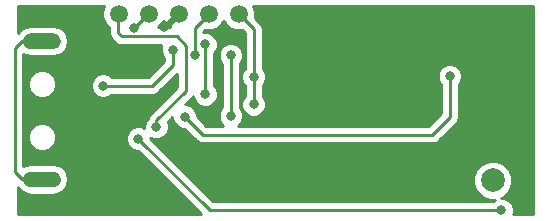
<source format=gbr>
G04 #@! TF.GenerationSoftware,KiCad,Pcbnew,(6.0.0-rc1-dev-438-g6845ac2cc-dirty)*
G04 #@! TF.CreationDate,2018-08-30T21:51:25+02:00*
G04 #@! TF.ProjectId,RapTorS,526170546F72532E6B696361645F7063,rev?*
G04 #@! TF.SameCoordinates,Original*
G04 #@! TF.FileFunction,Copper,L2,Bot,Signal*
G04 #@! TF.FilePolarity,Positive*
%FSLAX46Y46*%
G04 Gerber Fmt 4.6, Leading zero omitted, Abs format (unit mm)*
G04 Created by KiCad (PCBNEW (6.0.0-rc1-dev-438-g6845ac2cc-dirty)) date 2018 August 30, Thursday 21:51:25*
%MOMM*%
%LPD*%
G01*
G04 APERTURE LIST*
G04 #@! TA.AperFunction,BGAPad,CuDef*
%ADD10C,1.500000*%
G04 #@! TD*
G04 #@! TA.AperFunction,ComponentPad*
%ADD11C,2.000000*%
G04 #@! TD*
G04 #@! TA.AperFunction,Conductor*
%ADD12C,0.100000*%
G04 #@! TD*
G04 #@! TA.AperFunction,ComponentPad*
%ADD13C,1.300000*%
G04 #@! TD*
G04 #@! TA.AperFunction,ViaPad*
%ADD14C,0.800000*%
G04 #@! TD*
G04 #@! TA.AperFunction,Conductor*
%ADD15C,0.250000*%
G04 #@! TD*
G04 #@! TA.AperFunction,Conductor*
%ADD16C,0.254000*%
G04 #@! TD*
G04 APERTURE END LIST*
D10*
G04 #@! TO.P,J2,1*
G04 #@! TO.N,~MCLR*
X147997200Y-92523800D03*
G04 #@! TD*
D11*
G04 #@! TO.P,ANT1,1*
G04 #@! TO.N,Net-(ANT1-Pad1)*
X179679600Y-106603800D03*
G04 #@! TD*
D10*
G04 #@! TO.P,J6,1*
G04 #@! TO.N,ISPCLK*
X158157200Y-92523800D03*
G04 #@! TD*
G04 #@! TO.P,J5,1*
G04 #@! TO.N,ISPDAT*
X155617200Y-92523800D03*
G04 #@! TD*
G04 #@! TO.P,J4,1*
G04 #@! TO.N,GND*
X153077200Y-92506800D03*
G04 #@! TD*
G04 #@! TO.P,J3,1*
G04 #@! TO.N,+3V3*
X150537200Y-92523800D03*
G04 #@! TD*
D12*
G04 #@! TO.N,Net-(J1-Pad5)*
G04 #@! TO.C,J1*
G36*
X142523911Y-105863729D02*
X142587009Y-105873089D01*
X142648885Y-105888588D01*
X142708944Y-105910077D01*
X142766608Y-105937350D01*
X142821321Y-105970144D01*
X142872556Y-106008142D01*
X142919819Y-106050980D01*
X142962657Y-106098243D01*
X143000655Y-106149478D01*
X143033449Y-106204191D01*
X143060722Y-106261855D01*
X143082211Y-106321914D01*
X143097710Y-106383790D01*
X143107070Y-106446888D01*
X143110200Y-106510599D01*
X143110200Y-106510601D01*
X143107070Y-106574312D01*
X143097710Y-106637410D01*
X143082211Y-106699286D01*
X143060722Y-106759345D01*
X143033449Y-106817009D01*
X143000655Y-106871722D01*
X142962657Y-106922957D01*
X142919819Y-106970220D01*
X142872556Y-107013058D01*
X142821321Y-107051056D01*
X142766608Y-107083850D01*
X142708944Y-107111123D01*
X142648885Y-107132612D01*
X142587009Y-107148111D01*
X142523911Y-107157471D01*
X142460200Y-107160601D01*
X140560200Y-107160601D01*
X140496489Y-107157471D01*
X140433391Y-107148111D01*
X140371515Y-107132612D01*
X140311456Y-107111123D01*
X140253792Y-107083850D01*
X140199079Y-107051056D01*
X140147844Y-107013058D01*
X140100581Y-106970220D01*
X140057743Y-106922957D01*
X140019745Y-106871722D01*
X139986951Y-106817009D01*
X139959678Y-106759345D01*
X139938189Y-106699286D01*
X139922690Y-106637410D01*
X139913330Y-106574312D01*
X139910200Y-106510601D01*
X139910200Y-106510599D01*
X139913330Y-106446888D01*
X139922690Y-106383790D01*
X139938189Y-106321914D01*
X139959678Y-106261855D01*
X139986951Y-106204191D01*
X140019745Y-106149478D01*
X140057743Y-106098243D01*
X140100581Y-106050980D01*
X140147844Y-106008142D01*
X140199079Y-105970144D01*
X140253792Y-105937350D01*
X140311456Y-105910077D01*
X140371515Y-105888588D01*
X140433391Y-105873089D01*
X140496489Y-105863729D01*
X140560200Y-105860599D01*
X142460200Y-105860599D01*
X142523911Y-105863729D01*
X142523911Y-105863729D01*
G37*
D13*
G04 #@! TD*
G04 #@! TO.P,J1,5*
G04 #@! TO.N,Net-(J1-Pad5)*
X141510200Y-106510600D03*
D12*
G04 #@! TO.N,Net-(J1-Pad5)*
G04 #@! TO.C,J1*
G36*
X142523911Y-94163729D02*
X142587009Y-94173089D01*
X142648885Y-94188588D01*
X142708944Y-94210077D01*
X142766608Y-94237350D01*
X142821321Y-94270144D01*
X142872556Y-94308142D01*
X142919819Y-94350980D01*
X142962657Y-94398243D01*
X143000655Y-94449478D01*
X143033449Y-94504191D01*
X143060722Y-94561855D01*
X143082211Y-94621914D01*
X143097710Y-94683790D01*
X143107070Y-94746888D01*
X143110200Y-94810599D01*
X143110200Y-94810601D01*
X143107070Y-94874312D01*
X143097710Y-94937410D01*
X143082211Y-94999286D01*
X143060722Y-95059345D01*
X143033449Y-95117009D01*
X143000655Y-95171722D01*
X142962657Y-95222957D01*
X142919819Y-95270220D01*
X142872556Y-95313058D01*
X142821321Y-95351056D01*
X142766608Y-95383850D01*
X142708944Y-95411123D01*
X142648885Y-95432612D01*
X142587009Y-95448111D01*
X142523911Y-95457471D01*
X142460200Y-95460601D01*
X140560200Y-95460601D01*
X140496489Y-95457471D01*
X140433391Y-95448111D01*
X140371515Y-95432612D01*
X140311456Y-95411123D01*
X140253792Y-95383850D01*
X140199079Y-95351056D01*
X140147844Y-95313058D01*
X140100581Y-95270220D01*
X140057743Y-95222957D01*
X140019745Y-95171722D01*
X139986951Y-95117009D01*
X139959678Y-95059345D01*
X139938189Y-94999286D01*
X139922690Y-94937410D01*
X139913330Y-94874312D01*
X139910200Y-94810601D01*
X139910200Y-94810599D01*
X139913330Y-94746888D01*
X139922690Y-94683790D01*
X139938189Y-94621914D01*
X139959678Y-94561855D01*
X139986951Y-94504191D01*
X140019745Y-94449478D01*
X140057743Y-94398243D01*
X140100581Y-94350980D01*
X140147844Y-94308142D01*
X140199079Y-94270144D01*
X140253792Y-94237350D01*
X140311456Y-94210077D01*
X140371515Y-94188588D01*
X140433391Y-94173089D01*
X140496489Y-94163729D01*
X140560200Y-94160599D01*
X142460200Y-94160599D01*
X142523911Y-94163729D01*
X142523911Y-94163729D01*
G37*
D13*
G04 #@! TD*
G04 #@! TO.P,J1,5*
G04 #@! TO.N,Net-(J1-Pad5)*
X141510200Y-94810600D03*
D14*
G04 #@! TO.N,+3V3*
X146685000Y-98577400D03*
X152603200Y-95529400D03*
X149301200Y-93726800D03*
G04 #@! TO.N,GND*
X140766800Y-104521000D03*
X139827000Y-108686600D03*
X148590000Y-102311200D03*
X147116800Y-108559600D03*
X149428200Y-108559600D03*
X151790400Y-108559600D03*
X150622000Y-107365800D03*
X168325800Y-104190800D03*
X168325800Y-100482400D03*
X168325800Y-98602800D03*
X168325800Y-96774000D03*
X166776400Y-95656400D03*
X166776400Y-97688400D03*
X166776400Y-99517200D03*
X166827200Y-101346000D03*
X148183600Y-96596200D03*
X165150800Y-96875600D03*
X165150800Y-100660200D03*
X171704000Y-93370400D03*
X171704000Y-97510600D03*
X173913800Y-100177600D03*
X173812200Y-95351600D03*
X175412400Y-93192600D03*
X179324000Y-96062800D03*
X175793400Y-106908600D03*
X172237400Y-106984800D03*
X141986000Y-92557600D03*
X140131800Y-92557600D03*
X165100000Y-98806000D03*
X151841200Y-93599800D03*
X165582600Y-104165400D03*
X174066200Y-104495600D03*
X177342800Y-100228400D03*
X167487600Y-92430600D03*
X160477200Y-92329000D03*
X144094200Y-92608400D03*
X145237200Y-94005400D03*
G04 #@! TO.N,LED*
X149656800Y-103073200D03*
X180416200Y-109118400D03*
G04 #@! TO.N,LED_DEBUG*
X176047400Y-97764600D03*
X153593800Y-101193600D03*
G04 #@! TO.N,ISPDAT*
X154432000Y-95961200D03*
G04 #@! TO.N,ISPCLK*
X159429200Y-100171000D03*
X159435800Y-97840800D03*
G04 #@! TO.N,GDO0*
X155346400Y-99314000D03*
X155353000Y-95091000D03*
G04 #@! TO.N,~MCLR*
X151206200Y-102082600D03*
G04 #@! TO.N,CSN*
X157505400Y-96012000D03*
X157505400Y-101117400D03*
G04 #@! TD*
D15*
G04 #@! TO.N,+3V3*
X146685000Y-98577400D02*
X150850600Y-98577400D01*
X150850600Y-98577400D02*
X152603200Y-96824800D01*
X152603200Y-96824800D02*
X152603200Y-95529400D01*
X150504200Y-92523800D02*
X149301200Y-93726800D01*
X150537200Y-92523800D02*
X150504200Y-92523800D01*
G04 #@! TO.N,GND*
X152917200Y-92523800D02*
X151841200Y-93599800D01*
X153077200Y-92523800D02*
X152917200Y-92523800D01*
G04 #@! TO.N,Net-(J1-Pad5)*
X139810200Y-106510600D02*
X141510200Y-106510600D01*
X139192799Y-105893199D02*
X139810200Y-106510600D01*
X139192799Y-95428001D02*
X139192799Y-105893199D01*
X139810200Y-94810600D02*
X139192799Y-95428001D01*
X141510200Y-94810600D02*
X139810200Y-94810600D01*
G04 #@! TO.N,LED*
X149656800Y-103073200D02*
X155702000Y-109118400D01*
X155702000Y-109118400D02*
X180416200Y-109118400D01*
G04 #@! TO.N,LED_DEBUG*
X176022000Y-97790000D02*
X176047400Y-97764600D01*
X155117800Y-102717600D02*
X174548800Y-102717600D01*
X176047400Y-101219000D02*
X176047400Y-97764600D01*
X174548800Y-102717600D02*
X176047400Y-101219000D01*
X153593800Y-101193600D02*
X155117800Y-102717600D01*
G04 #@! TO.N,ISPDAT*
X154432000Y-93709000D02*
X155617200Y-92523800D01*
X154432000Y-95961200D02*
X154432000Y-93709000D01*
G04 #@! TO.N,ISPCLK*
X159429200Y-99605315D02*
X159435800Y-99598715D01*
X159429200Y-100171000D02*
X159429200Y-99605315D01*
X159435800Y-99598715D02*
X159435800Y-97840800D01*
X159435800Y-97840800D02*
X159435800Y-94615000D01*
X159435800Y-93802400D02*
X159435800Y-94615000D01*
X158157200Y-92523800D02*
X159435800Y-93802400D01*
G04 #@! TO.N,GDO0*
X155346400Y-95097600D02*
X155353000Y-95091000D01*
X155346400Y-99314000D02*
X155346400Y-95097600D01*
G04 #@! TO.N,~MCLR*
X151206200Y-101516915D02*
X153695400Y-99027715D01*
X151206200Y-102082600D02*
X151206200Y-101516915D01*
X153695400Y-99027715D02*
X153695400Y-95199200D01*
X153695400Y-95199200D02*
X152908000Y-94411800D01*
X152908000Y-94411800D02*
X148285200Y-94411800D01*
X148285200Y-94411800D02*
X147971800Y-94098400D01*
X147971800Y-92904800D02*
X147971800Y-94098400D01*
G04 #@! TO.N,CSN*
X157505400Y-96012000D02*
X157505400Y-101117400D01*
G04 #@! TD*
D16*
G04 #@! TO.N,GND*
G36*
X183065201Y-109465600D02*
X181392661Y-109465600D01*
X181451200Y-109324274D01*
X181451200Y-108912526D01*
X181293631Y-108532120D01*
X181002480Y-108240969D01*
X180622074Y-108083400D01*
X180379990Y-108083400D01*
X180605753Y-107989886D01*
X181065686Y-107529953D01*
X181314600Y-106929022D01*
X181314600Y-106278578D01*
X181065686Y-105677647D01*
X180605753Y-105217714D01*
X180004822Y-104968800D01*
X179354378Y-104968800D01*
X178753447Y-105217714D01*
X178293514Y-105677647D01*
X178044600Y-106278578D01*
X178044600Y-106929022D01*
X178293514Y-107529953D01*
X178753447Y-107989886D01*
X179354378Y-108238800D01*
X179835156Y-108238800D01*
X179829920Y-108240969D01*
X179712489Y-108358400D01*
X156016802Y-108358400D01*
X150691800Y-103033399D01*
X150691800Y-102989805D01*
X151000326Y-103117600D01*
X151412074Y-103117600D01*
X151792480Y-102960031D01*
X152083631Y-102668880D01*
X152241200Y-102288474D01*
X152241200Y-101876726D01*
X152147471Y-101650445D01*
X152558800Y-101239117D01*
X152558800Y-101399474D01*
X152716369Y-101779880D01*
X153007520Y-102071031D01*
X153387926Y-102228600D01*
X153553998Y-102228600D01*
X154527473Y-103202076D01*
X154569871Y-103265529D01*
X154633324Y-103307927D01*
X154633326Y-103307929D01*
X154725829Y-103369737D01*
X154821263Y-103433504D01*
X155042948Y-103477600D01*
X155042952Y-103477600D01*
X155117799Y-103492488D01*
X155192646Y-103477600D01*
X174473953Y-103477600D01*
X174548800Y-103492488D01*
X174623647Y-103477600D01*
X174623652Y-103477600D01*
X174845337Y-103433504D01*
X175096729Y-103265529D01*
X175139131Y-103202070D01*
X176531876Y-101809327D01*
X176595329Y-101766929D01*
X176637727Y-101703476D01*
X176637729Y-101703474D01*
X176763303Y-101515538D01*
X176763304Y-101515537D01*
X176807400Y-101293852D01*
X176807400Y-101293848D01*
X176822288Y-101219001D01*
X176807400Y-101144154D01*
X176807400Y-98468311D01*
X176924831Y-98350880D01*
X177082400Y-97970474D01*
X177082400Y-97558726D01*
X176924831Y-97178320D01*
X176633680Y-96887169D01*
X176253274Y-96729600D01*
X175841526Y-96729600D01*
X175461120Y-96887169D01*
X175169969Y-97178320D01*
X175012400Y-97558726D01*
X175012400Y-97970474D01*
X175169969Y-98350880D01*
X175287401Y-98468312D01*
X175287400Y-100904197D01*
X174233999Y-101957600D01*
X158128911Y-101957600D01*
X158382831Y-101703680D01*
X158540400Y-101323274D01*
X158540400Y-100911526D01*
X158382831Y-100531120D01*
X158265400Y-100413689D01*
X158265400Y-96715711D01*
X158382831Y-96598280D01*
X158540400Y-96217874D01*
X158540400Y-95806126D01*
X158382831Y-95425720D01*
X158091680Y-95134569D01*
X157711274Y-94977000D01*
X157299526Y-94977000D01*
X156919120Y-95134569D01*
X156627969Y-95425720D01*
X156470400Y-95806126D01*
X156470400Y-96217874D01*
X156627969Y-96598280D01*
X156745400Y-96715711D01*
X156745401Y-100413688D01*
X156627969Y-100531120D01*
X156470400Y-100911526D01*
X156470400Y-101323274D01*
X156627969Y-101703680D01*
X156881889Y-101957600D01*
X155432603Y-101957600D01*
X154628800Y-101153798D01*
X154628800Y-100987726D01*
X154471231Y-100607320D01*
X154180080Y-100316169D01*
X153799674Y-100158600D01*
X153639318Y-100158600D01*
X154179876Y-99618042D01*
X154243329Y-99575644D01*
X154285727Y-99512191D01*
X154285729Y-99512189D01*
X154311400Y-99473769D01*
X154311400Y-99519874D01*
X154468969Y-99900280D01*
X154760120Y-100191431D01*
X155140526Y-100349000D01*
X155552274Y-100349000D01*
X155932680Y-100191431D01*
X156223831Y-99900280D01*
X156381400Y-99519874D01*
X156381400Y-99108126D01*
X156223831Y-98727720D01*
X156106400Y-98610289D01*
X156106400Y-95801311D01*
X156230431Y-95677280D01*
X156388000Y-95296874D01*
X156388000Y-94885126D01*
X156230431Y-94504720D01*
X155939280Y-94213569D01*
X155558874Y-94056000D01*
X155192000Y-94056000D01*
X155192000Y-94023801D01*
X155317166Y-93898635D01*
X155341706Y-93908800D01*
X155892694Y-93908800D01*
X156401740Y-93697947D01*
X156791347Y-93308340D01*
X156887200Y-93076930D01*
X156983053Y-93308340D01*
X157372660Y-93697947D01*
X157881706Y-93908800D01*
X158432694Y-93908800D01*
X158457233Y-93898636D01*
X158675800Y-94117203D01*
X158675800Y-94689852D01*
X158675801Y-94689857D01*
X158675800Y-97137089D01*
X158558369Y-97254520D01*
X158400800Y-97634926D01*
X158400800Y-98046674D01*
X158558369Y-98427080D01*
X158675801Y-98544512D01*
X158675800Y-99460689D01*
X158551769Y-99584720D01*
X158394200Y-99965126D01*
X158394200Y-100376874D01*
X158551769Y-100757280D01*
X158842920Y-101048431D01*
X159223326Y-101206000D01*
X159635074Y-101206000D01*
X160015480Y-101048431D01*
X160306631Y-100757280D01*
X160464200Y-100376874D01*
X160464200Y-99965126D01*
X160306631Y-99584720D01*
X160195800Y-99473889D01*
X160195800Y-98544511D01*
X160313231Y-98427080D01*
X160470800Y-98046674D01*
X160470800Y-97634926D01*
X160313231Y-97254520D01*
X160195800Y-97137089D01*
X160195800Y-93877246D01*
X160210688Y-93802399D01*
X160195800Y-93727552D01*
X160195800Y-93727548D01*
X160151704Y-93505863D01*
X160089296Y-93412463D01*
X160026129Y-93317926D01*
X160026127Y-93317924D01*
X159983729Y-93254471D01*
X159920276Y-93212073D01*
X159532036Y-92823833D01*
X159542200Y-92799294D01*
X159542200Y-92248306D01*
X159379536Y-91855600D01*
X183065200Y-91855600D01*
X183065201Y-109465600D01*
X183065201Y-109465600D01*
G37*
X183065201Y-109465600D02*
X181392661Y-109465600D01*
X181451200Y-109324274D01*
X181451200Y-108912526D01*
X181293631Y-108532120D01*
X181002480Y-108240969D01*
X180622074Y-108083400D01*
X180379990Y-108083400D01*
X180605753Y-107989886D01*
X181065686Y-107529953D01*
X181314600Y-106929022D01*
X181314600Y-106278578D01*
X181065686Y-105677647D01*
X180605753Y-105217714D01*
X180004822Y-104968800D01*
X179354378Y-104968800D01*
X178753447Y-105217714D01*
X178293514Y-105677647D01*
X178044600Y-106278578D01*
X178044600Y-106929022D01*
X178293514Y-107529953D01*
X178753447Y-107989886D01*
X179354378Y-108238800D01*
X179835156Y-108238800D01*
X179829920Y-108240969D01*
X179712489Y-108358400D01*
X156016802Y-108358400D01*
X150691800Y-103033399D01*
X150691800Y-102989805D01*
X151000326Y-103117600D01*
X151412074Y-103117600D01*
X151792480Y-102960031D01*
X152083631Y-102668880D01*
X152241200Y-102288474D01*
X152241200Y-101876726D01*
X152147471Y-101650445D01*
X152558800Y-101239117D01*
X152558800Y-101399474D01*
X152716369Y-101779880D01*
X153007520Y-102071031D01*
X153387926Y-102228600D01*
X153553998Y-102228600D01*
X154527473Y-103202076D01*
X154569871Y-103265529D01*
X154633324Y-103307927D01*
X154633326Y-103307929D01*
X154725829Y-103369737D01*
X154821263Y-103433504D01*
X155042948Y-103477600D01*
X155042952Y-103477600D01*
X155117799Y-103492488D01*
X155192646Y-103477600D01*
X174473953Y-103477600D01*
X174548800Y-103492488D01*
X174623647Y-103477600D01*
X174623652Y-103477600D01*
X174845337Y-103433504D01*
X175096729Y-103265529D01*
X175139131Y-103202070D01*
X176531876Y-101809327D01*
X176595329Y-101766929D01*
X176637727Y-101703476D01*
X176637729Y-101703474D01*
X176763303Y-101515538D01*
X176763304Y-101515537D01*
X176807400Y-101293852D01*
X176807400Y-101293848D01*
X176822288Y-101219001D01*
X176807400Y-101144154D01*
X176807400Y-98468311D01*
X176924831Y-98350880D01*
X177082400Y-97970474D01*
X177082400Y-97558726D01*
X176924831Y-97178320D01*
X176633680Y-96887169D01*
X176253274Y-96729600D01*
X175841526Y-96729600D01*
X175461120Y-96887169D01*
X175169969Y-97178320D01*
X175012400Y-97558726D01*
X175012400Y-97970474D01*
X175169969Y-98350880D01*
X175287401Y-98468312D01*
X175287400Y-100904197D01*
X174233999Y-101957600D01*
X158128911Y-101957600D01*
X158382831Y-101703680D01*
X158540400Y-101323274D01*
X158540400Y-100911526D01*
X158382831Y-100531120D01*
X158265400Y-100413689D01*
X158265400Y-96715711D01*
X158382831Y-96598280D01*
X158540400Y-96217874D01*
X158540400Y-95806126D01*
X158382831Y-95425720D01*
X158091680Y-95134569D01*
X157711274Y-94977000D01*
X157299526Y-94977000D01*
X156919120Y-95134569D01*
X156627969Y-95425720D01*
X156470400Y-95806126D01*
X156470400Y-96217874D01*
X156627969Y-96598280D01*
X156745400Y-96715711D01*
X156745401Y-100413688D01*
X156627969Y-100531120D01*
X156470400Y-100911526D01*
X156470400Y-101323274D01*
X156627969Y-101703680D01*
X156881889Y-101957600D01*
X155432603Y-101957600D01*
X154628800Y-101153798D01*
X154628800Y-100987726D01*
X154471231Y-100607320D01*
X154180080Y-100316169D01*
X153799674Y-100158600D01*
X153639318Y-100158600D01*
X154179876Y-99618042D01*
X154243329Y-99575644D01*
X154285727Y-99512191D01*
X154285729Y-99512189D01*
X154311400Y-99473769D01*
X154311400Y-99519874D01*
X154468969Y-99900280D01*
X154760120Y-100191431D01*
X155140526Y-100349000D01*
X155552274Y-100349000D01*
X155932680Y-100191431D01*
X156223831Y-99900280D01*
X156381400Y-99519874D01*
X156381400Y-99108126D01*
X156223831Y-98727720D01*
X156106400Y-98610289D01*
X156106400Y-95801311D01*
X156230431Y-95677280D01*
X156388000Y-95296874D01*
X156388000Y-94885126D01*
X156230431Y-94504720D01*
X155939280Y-94213569D01*
X155558874Y-94056000D01*
X155192000Y-94056000D01*
X155192000Y-94023801D01*
X155317166Y-93898635D01*
X155341706Y-93908800D01*
X155892694Y-93908800D01*
X156401740Y-93697947D01*
X156791347Y-93308340D01*
X156887200Y-93076930D01*
X156983053Y-93308340D01*
X157372660Y-93697947D01*
X157881706Y-93908800D01*
X158432694Y-93908800D01*
X158457233Y-93898636D01*
X158675800Y-94117203D01*
X158675800Y-94689852D01*
X158675801Y-94689857D01*
X158675800Y-97137089D01*
X158558369Y-97254520D01*
X158400800Y-97634926D01*
X158400800Y-98046674D01*
X158558369Y-98427080D01*
X158675801Y-98544512D01*
X158675800Y-99460689D01*
X158551769Y-99584720D01*
X158394200Y-99965126D01*
X158394200Y-100376874D01*
X158551769Y-100757280D01*
X158842920Y-101048431D01*
X159223326Y-101206000D01*
X159635074Y-101206000D01*
X160015480Y-101048431D01*
X160306631Y-100757280D01*
X160464200Y-100376874D01*
X160464200Y-99965126D01*
X160306631Y-99584720D01*
X160195800Y-99473889D01*
X160195800Y-98544511D01*
X160313231Y-98427080D01*
X160470800Y-98046674D01*
X160470800Y-97634926D01*
X160313231Y-97254520D01*
X160195800Y-97137089D01*
X160195800Y-93877246D01*
X160210688Y-93802399D01*
X160195800Y-93727552D01*
X160195800Y-93727548D01*
X160151704Y-93505863D01*
X160089296Y-93412463D01*
X160026129Y-93317926D01*
X160026127Y-93317924D01*
X159983729Y-93254471D01*
X159920276Y-93212073D01*
X159532036Y-92823833D01*
X159542200Y-92799294D01*
X159542200Y-92248306D01*
X159379536Y-91855600D01*
X183065200Y-91855600D01*
X183065201Y-109465600D01*
G36*
X146612200Y-92248306D02*
X146612200Y-92799294D01*
X146823053Y-93308340D01*
X147211801Y-93697088D01*
X147211801Y-94023549D01*
X147196912Y-94098400D01*
X147255897Y-94394937D01*
X147338328Y-94518303D01*
X147423872Y-94646329D01*
X147487328Y-94688729D01*
X147694869Y-94896270D01*
X147737271Y-94959729D01*
X147988663Y-95127704D01*
X148210348Y-95171800D01*
X148210352Y-95171800D01*
X148285200Y-95186688D01*
X148360048Y-95171800D01*
X151631047Y-95171800D01*
X151568200Y-95323526D01*
X151568200Y-95735274D01*
X151725769Y-96115680D01*
X151843200Y-96233111D01*
X151843200Y-96509998D01*
X150535799Y-97817400D01*
X147388711Y-97817400D01*
X147271280Y-97699969D01*
X146890874Y-97542400D01*
X146479126Y-97542400D01*
X146098720Y-97699969D01*
X145807569Y-97991120D01*
X145650000Y-98371526D01*
X145650000Y-98783274D01*
X145807569Y-99163680D01*
X146098720Y-99454831D01*
X146479126Y-99612400D01*
X146890874Y-99612400D01*
X147271280Y-99454831D01*
X147388711Y-99337400D01*
X150775753Y-99337400D01*
X150850600Y-99352288D01*
X150925447Y-99337400D01*
X150925452Y-99337400D01*
X151147137Y-99293304D01*
X151398529Y-99125329D01*
X151440931Y-99061870D01*
X152935400Y-97567401D01*
X152935400Y-98712912D01*
X150721728Y-100926586D01*
X150658272Y-100968986D01*
X150490296Y-101220378D01*
X150461886Y-101363203D01*
X150328769Y-101496320D01*
X150171200Y-101876726D01*
X150171200Y-102165995D01*
X149862674Y-102038200D01*
X149450926Y-102038200D01*
X149070520Y-102195769D01*
X148779369Y-102486920D01*
X148621800Y-102867326D01*
X148621800Y-103279074D01*
X148779369Y-103659480D01*
X149070520Y-103950631D01*
X149450926Y-104108200D01*
X149616999Y-104108200D01*
X154974398Y-109465600D01*
X139455200Y-109465600D01*
X139455200Y-107187440D01*
X139503642Y-107219808D01*
X139642771Y-107428030D01*
X140063691Y-107709279D01*
X140560200Y-107808041D01*
X142460200Y-107808041D01*
X142956709Y-107709279D01*
X143377629Y-107428030D01*
X143658878Y-107007110D01*
X143757640Y-106510601D01*
X143757640Y-106510599D01*
X143658878Y-106014090D01*
X143377629Y-105593170D01*
X142956709Y-105311921D01*
X142460200Y-105213159D01*
X140560200Y-105213159D01*
X140063691Y-105311921D01*
X139952799Y-105386016D01*
X139952799Y-102674889D01*
X140325200Y-102674889D01*
X140325200Y-103146311D01*
X140505605Y-103581849D01*
X140838951Y-103915195D01*
X141274489Y-104095600D01*
X141745911Y-104095600D01*
X142181449Y-103915195D01*
X142514795Y-103581849D01*
X142695200Y-103146311D01*
X142695200Y-102674889D01*
X142514795Y-102239351D01*
X142181449Y-101906005D01*
X141745911Y-101725600D01*
X141274489Y-101725600D01*
X140838951Y-101906005D01*
X140505605Y-102239351D01*
X140325200Y-102674889D01*
X139952799Y-102674889D01*
X139952799Y-98174889D01*
X140325200Y-98174889D01*
X140325200Y-98646311D01*
X140505605Y-99081849D01*
X140838951Y-99415195D01*
X141274489Y-99595600D01*
X141745911Y-99595600D01*
X142181449Y-99415195D01*
X142514795Y-99081849D01*
X142695200Y-98646311D01*
X142695200Y-98174889D01*
X142514795Y-97739351D01*
X142181449Y-97406005D01*
X141745911Y-97225600D01*
X141274489Y-97225600D01*
X140838951Y-97406005D01*
X140505605Y-97739351D01*
X140325200Y-98174889D01*
X139952799Y-98174889D01*
X139952799Y-95935184D01*
X140063691Y-96009279D01*
X140560200Y-96108041D01*
X142460200Y-96108041D01*
X142956709Y-96009279D01*
X143377629Y-95728030D01*
X143658878Y-95307110D01*
X143757640Y-94810601D01*
X143757640Y-94810599D01*
X143658878Y-94314090D01*
X143377629Y-93893170D01*
X142956709Y-93611921D01*
X142460200Y-93513159D01*
X140560200Y-93513159D01*
X140063691Y-93611921D01*
X139642771Y-93893170D01*
X139503642Y-94101392D01*
X139455200Y-94133760D01*
X139455200Y-91855600D01*
X146774864Y-91855600D01*
X146612200Y-92248306D01*
X146612200Y-92248306D01*
G37*
X146612200Y-92248306D02*
X146612200Y-92799294D01*
X146823053Y-93308340D01*
X147211801Y-93697088D01*
X147211801Y-94023549D01*
X147196912Y-94098400D01*
X147255897Y-94394937D01*
X147338328Y-94518303D01*
X147423872Y-94646329D01*
X147487328Y-94688729D01*
X147694869Y-94896270D01*
X147737271Y-94959729D01*
X147988663Y-95127704D01*
X148210348Y-95171800D01*
X148210352Y-95171800D01*
X148285200Y-95186688D01*
X148360048Y-95171800D01*
X151631047Y-95171800D01*
X151568200Y-95323526D01*
X151568200Y-95735274D01*
X151725769Y-96115680D01*
X151843200Y-96233111D01*
X151843200Y-96509998D01*
X150535799Y-97817400D01*
X147388711Y-97817400D01*
X147271280Y-97699969D01*
X146890874Y-97542400D01*
X146479126Y-97542400D01*
X146098720Y-97699969D01*
X145807569Y-97991120D01*
X145650000Y-98371526D01*
X145650000Y-98783274D01*
X145807569Y-99163680D01*
X146098720Y-99454831D01*
X146479126Y-99612400D01*
X146890874Y-99612400D01*
X147271280Y-99454831D01*
X147388711Y-99337400D01*
X150775753Y-99337400D01*
X150850600Y-99352288D01*
X150925447Y-99337400D01*
X150925452Y-99337400D01*
X151147137Y-99293304D01*
X151398529Y-99125329D01*
X151440931Y-99061870D01*
X152935400Y-97567401D01*
X152935400Y-98712912D01*
X150721728Y-100926586D01*
X150658272Y-100968986D01*
X150490296Y-101220378D01*
X150461886Y-101363203D01*
X150328769Y-101496320D01*
X150171200Y-101876726D01*
X150171200Y-102165995D01*
X149862674Y-102038200D01*
X149450926Y-102038200D01*
X149070520Y-102195769D01*
X148779369Y-102486920D01*
X148621800Y-102867326D01*
X148621800Y-103279074D01*
X148779369Y-103659480D01*
X149070520Y-103950631D01*
X149450926Y-104108200D01*
X149616999Y-104108200D01*
X154974398Y-109465600D01*
X139455200Y-109465600D01*
X139455200Y-107187440D01*
X139503642Y-107219808D01*
X139642771Y-107428030D01*
X140063691Y-107709279D01*
X140560200Y-107808041D01*
X142460200Y-107808041D01*
X142956709Y-107709279D01*
X143377629Y-107428030D01*
X143658878Y-107007110D01*
X143757640Y-106510601D01*
X143757640Y-106510599D01*
X143658878Y-106014090D01*
X143377629Y-105593170D01*
X142956709Y-105311921D01*
X142460200Y-105213159D01*
X140560200Y-105213159D01*
X140063691Y-105311921D01*
X139952799Y-105386016D01*
X139952799Y-102674889D01*
X140325200Y-102674889D01*
X140325200Y-103146311D01*
X140505605Y-103581849D01*
X140838951Y-103915195D01*
X141274489Y-104095600D01*
X141745911Y-104095600D01*
X142181449Y-103915195D01*
X142514795Y-103581849D01*
X142695200Y-103146311D01*
X142695200Y-102674889D01*
X142514795Y-102239351D01*
X142181449Y-101906005D01*
X141745911Y-101725600D01*
X141274489Y-101725600D01*
X140838951Y-101906005D01*
X140505605Y-102239351D01*
X140325200Y-102674889D01*
X139952799Y-102674889D01*
X139952799Y-98174889D01*
X140325200Y-98174889D01*
X140325200Y-98646311D01*
X140505605Y-99081849D01*
X140838951Y-99415195D01*
X141274489Y-99595600D01*
X141745911Y-99595600D01*
X142181449Y-99415195D01*
X142514795Y-99081849D01*
X142695200Y-98646311D01*
X142695200Y-98174889D01*
X142514795Y-97739351D01*
X142181449Y-97406005D01*
X141745911Y-97225600D01*
X141274489Y-97225600D01*
X140838951Y-97406005D01*
X140505605Y-97739351D01*
X140325200Y-98174889D01*
X139952799Y-98174889D01*
X139952799Y-95935184D01*
X140063691Y-96009279D01*
X140560200Y-96108041D01*
X142460200Y-96108041D01*
X142956709Y-96009279D01*
X143377629Y-95728030D01*
X143658878Y-95307110D01*
X143757640Y-94810601D01*
X143757640Y-94810599D01*
X143658878Y-94314090D01*
X143377629Y-93893170D01*
X142956709Y-93611921D01*
X142460200Y-93513159D01*
X140560200Y-93513159D01*
X140063691Y-93611921D01*
X139642771Y-93893170D01*
X139503642Y-94101392D01*
X139455200Y-94133760D01*
X139455200Y-91855600D01*
X146774864Y-91855600D01*
X146612200Y-92248306D01*
G36*
X153270948Y-92492658D02*
X153256805Y-92506800D01*
X153270948Y-92520943D01*
X153091343Y-92700548D01*
X153077200Y-92686405D01*
X152285288Y-93478317D01*
X152334241Y-93651800D01*
X151367887Y-93651800D01*
X151711347Y-93308340D01*
X151804118Y-93084370D01*
X151864740Y-93230723D01*
X152105683Y-93298712D01*
X152897595Y-92506800D01*
X152883453Y-92492658D01*
X153063058Y-92313053D01*
X153077200Y-92327195D01*
X153091343Y-92313053D01*
X153270948Y-92492658D01*
X153270948Y-92492658D01*
G37*
X153270948Y-92492658D02*
X153256805Y-92506800D01*
X153270948Y-92520943D01*
X153091343Y-92700548D01*
X153077200Y-92686405D01*
X152285288Y-93478317D01*
X152334241Y-93651800D01*
X151367887Y-93651800D01*
X151711347Y-93308340D01*
X151804118Y-93084370D01*
X151864740Y-93230723D01*
X152105683Y-93298712D01*
X152897595Y-92506800D01*
X152883453Y-92492658D01*
X153063058Y-92313053D01*
X153077200Y-92327195D01*
X153091343Y-92313053D01*
X153270948Y-92492658D01*
G04 #@! TD*
M02*

</source>
